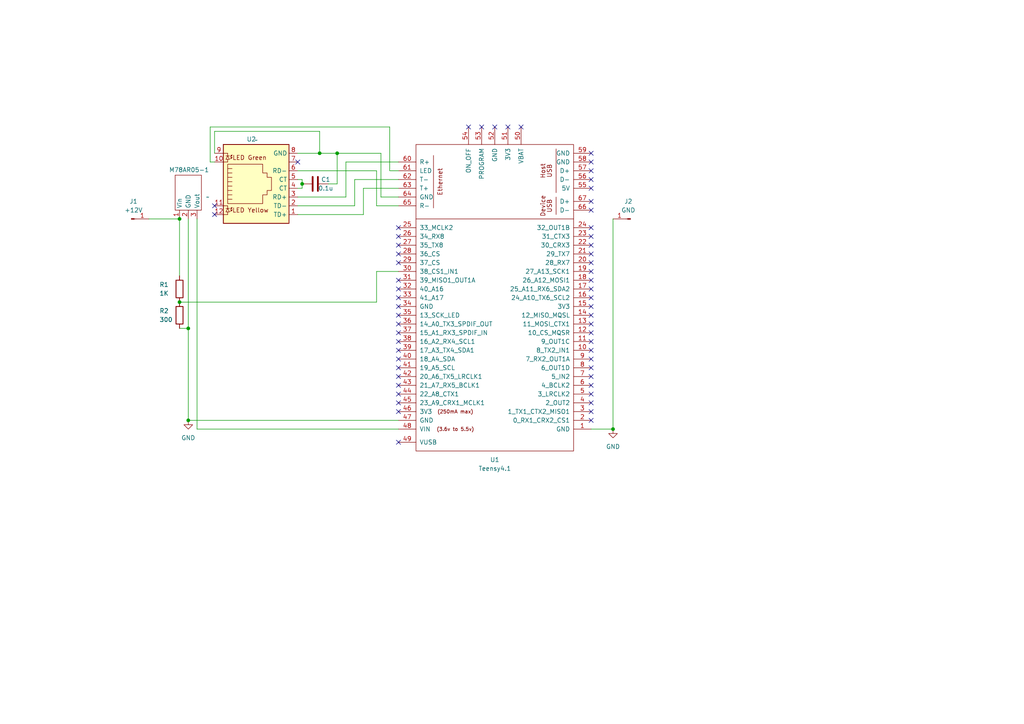
<source format=kicad_sch>
(kicad_sch (version 20231120) (generator "eeschema") (generator_version "8.0")
  (paper "A4")
  (lib_symbols
    (symbol "Connector:Conn_01x01_Pin" (pin_names (offset 1.016) hide)
      (property "Reference" "J" (at 0 2.54 0))
      (property "Value" "Conn_01x01_Pin" (at 0 -2.54 0))
      (symbol "Conn_01x01_Pin_1_1"
        (polyline (pts (xy 1.27 0) (xy 0.8636 0)) (stroke (width 0.1524)))
        (rectangle (start 0.8636 0.127) (end 0 -0.127) (stroke (width 0.1524)) (fill (type outline)))
        (pin passive line (at 5.08 0 180) (length 3.81) (name "Pin_1") (number "1"))
      )
    )
    (symbol "Device:C" (pin_numbers hide) (pin_names (offset 0.254))
      (property "Reference" "C" (at 0.635 2.54 0))
      (property "Value" "C" (at 0.635 -2.54 0))
      (symbol "C_0_1"
        (polyline (pts (xy -2.032 -0.762) (xy 2.032 -0.762)) (stroke (width 0.508)))
        (polyline (pts (xy -2.032 0.762) (xy 2.032 0.762)) (stroke (width 0.508)))
      )
      (symbol "C_1_1"
        (pin passive line (at 0 3.81 270) (length 2.794) (name "~") (number "1"))
        (pin passive line (at 0 -3.81 90) (length 2.794) (name "~") (number "2"))
      )
    )
    (symbol "Device:R" (pin_numbers hide) (pin_names (offset 0))
      (property "Reference" "R" (at 2.032 0 90))
      (property "Value" "R" (at 0 0 90))
      (symbol "R_0_1"
        (rectangle (start -1.016 -2.54) (end 1.016 2.54) (stroke (width 0.254)))
      )
      (symbol "R_1_1"
        (pin passive line (at 0 3.81 270) (length 1.27) (name "~") (number "1"))
        (pin passive line (at 0 -3.81 90) (length 1.27) (name "~") (number "2"))
      )
    )
    (symbol "M78AR05-1:M78AR05-1"
      (property "Reference" "M78AR05-1" (at 0.254 4.826 0))
      (symbol "M78AR05-1_0_1"
        (rectangle (start -5.08 3.81) (end 5.08 -3.81))
      )
      (symbol "M78AR05-1_1_1"
        (pin input line (at -7.62 2.54 0) (length 2.54) (name "Vin") (number "1"))
        (pin input line (at -7.62 0 0) (length 2.54) (name "GND") (number "2"))
        (pin output line (at -7.62 -2.54 0) (length 2.54) (name "Vout") (number "3"))
      )
    )
    (symbol "RJLD-260YC1:RJLD-260YC1"
      (property "Reference" "U" (at 0 12.7 0))
      (symbol "RJLD-260YC1_0_1"
        (rectangle (start -7.62 11.43) (end 11.43 -11.43) (stroke (width 0.254)) (fill (type background)))
        (polyline (pts (xy -7.62 -8.89) (xy -6.35 -8.89)))
        (polyline (pts (xy -7.62 -6.35) (xy -6.35 -6.35)))
        (polyline (pts (xy -7.62 6.35) (xy -6.35 6.35)))
        (polyline (pts (xy -7.62 8.89) (xy -6.35 8.89)))
        (polyline (pts (xy -6.858 -7.112) (xy -5.842 -7.112)))
        (polyline (pts (xy -6.858 8.128) (xy -5.842 8.128)))
        (polyline (pts (xy -6.35 -8.89) (xy -6.35 -8.128)))
        (polyline (pts (xy -6.35 -6.35) (xy -6.35 -7.112)))
        (polyline (pts (xy -6.35 6.35) (xy -6.35 7.112)))
        (polyline (pts (xy -6.35 8.89) (xy -6.35 8.128)))
        (polyline (pts (xy -5.08 -7.493) (xy -5.207 -7.874)))
        (polyline (pts (xy -5.08 -6.858) (xy -5.207 -7.239)))
        (polyline (pts (xy -5.08 3.175) (xy -6.35 3.175)))
        (polyline (pts (xy -5.08 4.445) (xy -6.35 4.445)))
        (polyline (pts (xy -5.08 7.747) (xy -5.207 7.366)))
        (polyline (pts (xy -5.08 8.382) (xy -5.207 8.001)))
        (polyline (pts (xy -6.35 -4.445) (xy -5.08 -4.445) (xy -5.08 -4.445)))
        (polyline (pts (xy -6.35 -3.175) (xy -5.08 -3.175) (xy -5.08 -3.175)))
        (polyline (pts (xy -6.35 -1.905) (xy -5.08 -1.905) (xy -5.08 -1.905)))
        (polyline (pts (xy -6.35 -0.635) (xy -5.08 -0.635) (xy -5.08 -0.635)))
        (polyline (pts (xy -6.35 0.635) (xy -5.08 0.635) (xy -5.08 0.635)))
        (polyline (pts (xy -5.588 -8.001) (xy -5.08 -7.493) (xy -5.461 -7.62)))
        (polyline (pts (xy -5.588 -7.366) (xy -5.08 -6.858) (xy -5.461 -6.985)))
        (polyline (pts (xy -5.588 7.239) (xy -5.08 7.747) (xy -5.461 7.62)))
        (polyline (pts (xy -5.588 7.874) (xy -5.08 8.382) (xy -5.461 8.255)))
        (polyline (pts (xy -5.08 1.905) (xy -6.35 1.905) (xy -6.35 1.905)))
        (polyline (pts (xy -6.35 -7.112) (xy -6.858 -8.128) (xy -5.842 -8.128) (xy -6.35 -7.112)))
        (polyline (pts (xy -6.35 8.128) (xy -6.858 7.112) (xy -5.842 7.112) (xy -6.35 8.128)))
        (polyline (pts (xy -6.35 -5.715) (xy -6.35 5.715) (xy 3.81 5.715) (xy 3.81 3.175) (xy 5.08 3.175) (xy 5.08 1.905) (xy 6.35 1.905) (xy 6.35 -1.905) (xy 5.08 -1.905) (xy 5.08 -3.175) (xy 3.81 -3.175) (xy 3.81 -5.715) (xy -6.35 -5.715) (xy -6.35 -5.715)))
      )
      (symbol "RJLD-260YC1_1_1"
        (text "LED Green" (at 0 7.62 0) (effects (font (size 1.27 1.27))))
        (text "LED Yellow" (at 0.254 -7.62 0) (effects (font (size 1.27 1.27))))
        (pin passive line (at 13.97 -8.89 180) (length 2.54) (name "TD+") (number "1"))
        (pin passive line (at -10.16 6.35 0) (length 2.54) (name "~") (number "10"))
        (pin passive line (at -10.16 -6.35 0) (length 2.54) (name "~") (number "11"))
        (pin passive line (at -10.16 -8.89 0) (length 2.54) (name "~") (number "12"))
        (pin passive line (at 13.97 -6.35 180) (length 2.54) (name "TD-") (number "2"))
        (pin passive line (at 13.97 -3.81 180) (length 2.54) (name "RD+") (number "3"))
        (pin passive line (at 13.97 -1.27 180) (length 2.54) (name "CT") (number "4"))
        (pin passive line (at 13.97 1.27 180) (length 2.54) (name "CT") (number "5"))
        (pin passive line (at 13.97 3.81 180) (length 2.54) (name "RD-") (number "6"))
        (pin passive line (at 13.97 6.35 180) (length 2.54) (name "~") (number "7"))
        (pin passive line (at 13.97 8.89 180) (length 2.54) (name "GND") (number "8"))
        (pin passive line (at -10.16 8.89 0) (length 2.54) (name "~") (number "9"))
      )
    )
    (symbol "power:GND" (power) (pin_numbers hide) (pin_names (offset 0) hide)
      (property "Value" "GND" (at 0 -3.81 0))
      (symbol "GND_0_1"
        (polyline (pts (xy 0 0) (xy 0 -1.27) (xy 1.27 -1.27) (xy 0 -2.54) (xy -1.27 -1.27) (xy 0 -1.27)))
      )
      (symbol "GND_1_1"
        (pin power_in line (at 0 0 270) (length 0) (name "~") (number "1"))
      )
    )
    (symbol "teensy:Teensy4.1" (pin_names (offset 1.016))
      (property "Reference" "U" (at 0 64.77 0))
      (property "Value" "Teensy4.1" (at 0 62.23 0))
      (symbol "Teensy4.1_0_0"
        (polyline (pts (xy -22.86 -6.35) (xy 22.86 -6.35)))
        (polyline (pts (xy -17.78 -26.67) (xy -17.78 -13.97)))
        (polyline (pts (xy -17.78 -7.62) (xy -17.78 -12.7)))
        (polyline (pts (xy 17.78 -9.525) (xy 17.78 -24.765)))
        (text "(250mA max)" (at 11.43 49.53 0) (effects (font (size 1.016 1.016))))
        (text "(3.6v to 5.5v)" (at 11.43 54.61 0) (effects (font (size 1.016 1.016))))
        (text "Device" (at -13.97 -10.16 900) (effects (font (size 1.27 1.27))))
        (text "Ethernet" (at 15.875 -17.145 900) (effects (font (size 1.27 1.27))))
        (text "Host" (at -13.97 -20.32 900) (effects (font (size 1.27 1.27))))
        (text "USB" (at -15.875 -20.32 900) (effects (font (size 1.27 1.27))))
        (text "USB" (at -15.875 -10.16 900) (effects (font (size 1.27 1.27))))
        (pin bidirectional line (at -27.94 31.75 0) (length 5.08) (name "8_TX2_IN1") (number "10"))
        (pin bidirectional line (at -27.94 29.21 0) (length 5.08) (name "9_OUT1C") (number "11"))
        (pin bidirectional line (at -27.94 26.67 0) (length 5.08) (name "10_CS_MQSR") (number "12"))
        (pin bidirectional line (at -27.94 24.13 0) (length 5.08) (name "11_MOSI_CTX1") (number "13"))
        (pin bidirectional line (at -27.94 21.59 0) (length 5.08) (name "12_MISO_MQSL") (number "14"))
        (pin power_in line (at -27.94 19.05 0) (length 5.08) (name "3V3") (number "15"))
        (pin bidirectional line (at -27.94 16.51 0) (length 5.08) (name "24_A10_TX6_SCL2") (number "16"))
        (pin bidirectional line (at -27.94 13.97 0) (length 5.08) (name "25_A11_RX6_SDA2") (number "17"))
        (pin bidirectional line (at -27.94 11.43 0) (length 5.08) (name "26_A12_MOSI1") (number "18"))
        (pin bidirectional line (at -27.94 8.89 0) (length 5.08) (name "27_A13_SCK1") (number "19"))
        (pin bidirectional line (at -27.94 6.35 0) (length 5.08) (name "28_RX7") (number "20"))
        (pin bidirectional line (at -27.94 3.81 0) (length 5.08) (name "29_TX7") (number "21"))
        (pin bidirectional line (at -27.94 1.27 0) (length 5.08) (name "30_CRX3") (number "22"))
        (pin bidirectional line (at -27.94 -1.27 0) (length 5.08) (name "31_CTX3") (number "23"))
        (pin bidirectional line (at -27.94 -3.81 0) (length 5.08) (name "32_OUT1B") (number "24"))
        (pin bidirectional line (at 27.94 -3.81 180) (length 5.08) (name "33_MCLK2") (number "25"))
        (pin bidirectional line (at 27.94 -1.27 180) (length 5.08) (name "34_RX8") (number "26"))
        (pin bidirectional line (at 27.94 1.27 180) (length 5.08) (name "35_TX8") (number "27"))
        (pin bidirectional line (at 27.94 3.81 180) (length 5.08) (name "36_CS") (number "28"))
        (pin bidirectional line (at 27.94 6.35 180) (length 5.08) (name "37_CS") (number "29"))
        (pin bidirectional line (at 27.94 8.89 180) (length 5.08) (name "38_CS1_IN1") (number "30"))
        (pin bidirectional line (at 27.94 11.43 180) (length 5.08) (name "39_MISO1_OUT1A") (number "31"))
        (pin bidirectional line (at 27.94 13.97 180) (length 5.08) (name "40_A16") (number "32"))
        (pin bidirectional line (at 27.94 16.51 180) (length 5.08) (name "41_A17") (number "33"))
        (pin bidirectional line (at 27.94 21.59 180) (length 5.08) (name "13_SCK_LED") (number "35"))
        (pin bidirectional line (at 27.94 24.13 180) (length 5.08) (name "14_A0_TX3_SPDIF_OUT") (number "36"))
        (pin bidirectional line (at 27.94 26.67 180) (length 5.08) (name "15_A1_RX3_SPDIF_IN") (number "37"))
        (pin bidirectional line (at 27.94 29.21 180) (length 5.08) (name "16_A2_RX4_SCL1") (number "38"))
        (pin bidirectional line (at 27.94 31.75 180) (length 5.08) (name "17_A3_TX4_SDA1") (number "39"))
        (pin bidirectional line (at 27.94 34.29 180) (length 5.08) (name "18_A4_SDA") (number "40"))
        (pin bidirectional line (at 27.94 36.83 180) (length 5.08) (name "19_A5_SCL") (number "41"))
        (pin bidirectional line (at 27.94 39.37 180) (length 5.08) (name "20_A6_TX5_LRCLK1") (number "42"))
        (pin bidirectional line (at 27.94 41.91 180) (length 5.08) (name "21_A7_RX5_BCLK1") (number "43"))
        (pin bidirectional line (at 27.94 44.45 180) (length 5.08) (name "22_A8_CTX1") (number "44"))
        (pin bidirectional line (at 27.94 46.99 180) (length 5.08) (name "23_A9_CRX1_MCLK1") (number "45"))
        (pin output line (at 27.94 49.53 180) (length 5.08) (name "3V3") (number "46"))
        (pin output line (at 27.94 52.07 180) (length 5.08) (name "GND") (number "47"))
        (pin power_in line (at 27.94 54.61 180) (length 5.08) (name "VIN") (number "48"))
        (pin power_out line (at 27.94 58.42 180) (length 5.08) (name "VUSB") (number "49"))
        (pin bidirectional line (at -27.94 44.45 0) (length 5.08) (name "3_LRCLK2") (number "5"))
        (pin power_in line (at -7.62 -33.02 90) (length 5.08) (name "VBAT") (number "50"))
        (pin power_in line (at -3.81 -33.02 90) (length 5.08) (name "3V3") (number "51"))
        (pin input line (at 0 -33.02 90) (length 5.08) (name "GND") (number "52"))
        (pin input line (at 3.81 -33.02 90) (length 5.08) (name "PROGRAM") (number "53"))
        (pin input line (at 7.62 -33.02 90) (length 5.08) (name "ON_OFF") (number "54"))
        (pin power_out line (at -27.94 -15.24 0) (length 5.08) (name "5V") (number "55"))
        (pin bidirectional line (at -27.94 -17.78 0) (length 5.08) (name "D-") (number "56"))
        (pin bidirectional line (at -27.94 -20.32 0) (length 5.08) (name "D+") (number "57"))
        (pin power_in line (at -27.94 -22.86 0) (length 5.08) (name "GND") (number "58"))
        (pin power_in line (at -27.94 -25.4 0) (length 5.08) (name "GND") (number "59"))
        (pin bidirectional line (at -27.94 41.91 0) (length 5.08) (name "4_BCLK2") (number "6"))
        (pin bidirectional line (at 27.94 -22.86 180) (length 5.08) (name "R+") (number "60"))
        (pin bidirectional line (at 27.94 -20.32 180) (length 5.08) (name "LED") (number "61"))
        (pin bidirectional line (at 27.94 -17.78 180) (length 5.08) (name "T-") (number "62"))
        (pin bidirectional line (at 27.94 -15.24 180) (length 5.08) (name "T+") (number "63"))
        (pin power_in line (at 27.94 -12.7 180) (length 5.08) (name "GND") (number "64"))
        (pin bidirectional line (at 27.94 -10.16 180) (length 5.08) (name "R-") (number "65"))
        (pin bidirectional line (at -27.94 -8.89 0) (length 5.08) (name "D-") (number "66"))
        (pin bidirectional line (at -27.94 -11.43 0) (length 5.08) (name "D+") (number "67"))
        (pin bidirectional line (at -27.94 39.37 0) (length 5.08) (name "5_IN2") (number "7"))
        (pin bidirectional line (at -27.94 36.83 0) (length 5.08) (name "6_OUT1D") (number "8"))
        (pin bidirectional line (at -27.94 34.29 0) (length 5.08) (name "7_RX2_OUT1A") (number "9"))
      )
      (symbol "Teensy4.1_0_1"
        (rectangle (start -22.86 60.96) (end 22.86 -27.94))
        (rectangle (start -20.32 -1.27) (end -20.32 -1.27))
      )
      (symbol "Teensy4.1_1_1"
        (pin power_in line (at -27.94 54.61 0) (length 5.08) (name "GND") (number "1"))
        (pin bidirectional line (at -27.94 52.07 0) (length 5.08) (name "0_RX1_CRX2_CS1") (number "2"))
        (pin bidirectional line (at -27.94 49.53 0) (length 5.08) (name "1_TX1_CTX2_MISO1") (number "3"))
        (pin power_in line (at 27.94 19.05 180) (length 5.08) (name "GND") (number "34"))
        (pin bidirectional line (at -27.94 46.99 0) (length 5.08) (name "2_OUT2") (number "4"))
      )
    )
  )
  (junction (at 54.61 95.25))
  (junction (at 52.07 63.5))
  (junction (at 177.8 124.46))
  (junction (at 52.07 87.63))
  (junction (at 87.63 53.34))
  (junction (at 92.71 44.45))
  (junction (at 54.61 121.92))
  (junction (at 97.79 44.45))
  (no_connect (at 86.36 46.99))
  (no_connect (at 171.45 78.74))
  (no_connect (at 115.57 71.12))
  (no_connect (at 115.57 104.14))
  (no_connect (at 171.45 93.98))
  (no_connect (at 115.57 116.84))
  (no_connect (at 171.45 111.76))
  (no_connect (at 62.23 62.23))
  (no_connect (at 171.45 44.45))
  (no_connect (at 115.57 101.6))
  (no_connect (at 62.23 59.69))
  (no_connect (at 115.57 91.44))
  (no_connect (at 171.45 121.92))
  (no_connect (at 115.57 88.9))
  (no_connect (at 115.57 76.2))
  (no_connect (at 115.57 93.98))
  (no_connect (at 171.45 68.58))
  (no_connect (at 171.45 91.44))
  (no_connect (at 115.57 73.66))
  (no_connect (at 171.45 114.3))
  (no_connect (at 147.32 36.83))
  (no_connect (at 143.51 36.83))
  (no_connect (at 115.57 128.27))
  (no_connect (at 171.45 52.07))
  (no_connect (at 115.57 114.3))
  (no_connect (at 171.45 119.38))
  (no_connect (at 171.45 96.52))
  (no_connect (at 115.57 66.04))
  (no_connect (at 139.7 36.83))
  (no_connect (at 171.45 49.53))
  (no_connect (at 171.45 99.06))
  (no_connect (at 115.57 119.38))
  (no_connect (at 171.45 104.14))
  (no_connect (at 171.45 106.68))
  (no_connect (at 171.45 81.28))
  (no_connect (at 115.57 68.58))
  (no_connect (at 171.45 46.99))
  (no_connect (at 171.45 83.82))
  (no_connect (at 115.57 99.06))
  (no_connect (at 115.57 96.52))
  (no_connect (at 171.45 71.12))
  (no_connect (at 115.57 86.36))
  (no_connect (at 151.13 36.83))
  (no_connect (at 115.57 83.82))
  (no_connect (at 171.45 86.36))
  (no_connect (at 115.57 111.76))
  (no_connect (at 171.45 66.04))
  (no_connect (at 115.57 81.28))
  (no_connect (at 171.45 109.22))
  (no_connect (at 171.45 76.2))
  (no_connect (at 115.57 106.68))
  (no_connect (at 135.89 36.83))
  (no_connect (at 171.45 73.66))
  (no_connect (at 171.45 54.61))
  (no_connect (at 115.57 109.22))
  (no_connect (at 171.45 88.9))
  (no_connect (at 171.45 101.6))
  (no_connect (at 171.45 116.84))
  (no_connect (at 171.45 60.96))
  (no_connect (at 171.45 58.42))
  (wire (pts (xy 86.36 49.53) (xy 109.22 49.53)))
  (wire (pts (xy 62.23 46.99) (xy 60.96 46.99)))
  (wire (pts (xy 109.22 78.74) (xy 109.22 87.63)))
  (wire (pts (xy 86.36 44.45) (xy 92.71 44.45)))
  (wire (pts (xy 52.07 95.25) (xy 54.61 95.25)))
  (wire (pts (xy 87.63 54.61) (xy 86.36 54.61)))
  (wire (pts (xy 100.33 57.15) (xy 100.33 46.99)))
  (wire (pts (xy 115.57 59.69) (xy 109.22 59.69)))
  (wire (pts (xy 57.15 63.5) (xy 57.15 124.46)))
  (wire (pts (xy 57.15 124.46) (xy 115.57 124.46)))
  (wire (pts (xy 177.8 124.46) (xy 171.45 124.46)))
  (wire (pts (xy 115.57 54.61) (xy 105.41 54.61)))
  (wire (pts (xy 115.57 49.53) (xy 113.03 49.53)))
  (wire (pts (xy 52.07 80.01) (xy 52.07 63.5)))
  (wire (pts (xy 60.96 46.99) (xy 60.96 36.83)))
  (wire (pts (xy 105.41 62.23) (xy 86.36 62.23)))
  (wire (pts (xy 115.57 57.15) (xy 110.49 57.15)))
  (wire (pts (xy 54.61 121.92) (xy 115.57 121.92)))
  (wire (pts (xy 52.07 87.63) (xy 109.22 87.63)))
  (wire (pts (xy 54.61 95.25) (xy 54.61 121.92)))
  (wire (pts (xy 92.71 38.1) (xy 92.71 44.45)))
  (wire (pts (xy 115.57 78.74) (xy 109.22 78.74)))
  (wire (pts (xy 87.63 52.07) (xy 86.36 52.07)))
  (wire (pts (xy 100.33 46.99) (xy 115.57 46.99)))
  (wire (pts (xy 87.63 53.34) (xy 87.63 52.07)))
  (wire (pts (xy 60.96 36.83) (xy 113.03 36.83)))
  (wire (pts (xy 105.41 54.61) (xy 105.41 62.23)))
  (wire (pts (xy 113.03 49.53) (xy 113.03 36.83)))
  (wire (pts (xy 97.79 44.45) (xy 97.79 53.34)))
  (wire (pts (xy 177.8 63.5) (xy 177.8 124.46)))
  (wire (pts (xy 54.61 63.5) (xy 54.61 95.25)))
  (wire (pts (xy 62.23 44.45) (xy 62.23 38.1)))
  (wire (pts (xy 86.36 57.15) (xy 100.33 57.15)))
  (wire (pts (xy 87.63 53.34) (xy 87.63 54.61)))
  (wire (pts (xy 102.87 59.69) (xy 86.36 59.69)))
  (wire (pts (xy 97.79 53.34) (xy 95.25 53.34)))
  (wire (pts (xy 43.18 63.5) (xy 52.07 63.5)))
  (wire (pts (xy 102.87 52.07) (xy 102.87 59.69)))
  (wire (pts (xy 115.57 52.07) (xy 102.87 52.07)))
  (wire (pts (xy 62.23 38.1) (xy 92.71 38.1)))
  (wire (pts (xy 97.79 44.45) (xy 110.49 44.45)))
  (wire (pts (xy 109.22 59.69) (xy 109.22 49.53)))
  (wire (pts (xy 92.71 44.45) (xy 97.79 44.45)))
  (wire (pts (xy 110.49 57.15) (xy 110.49 44.45)))
  (symbol (lib_id "power:GND") (at 54.61 121.92 0) (unit 1)
    (property "Reference" "#PWR02" (effects (hide yes)))
    (property "Value" "GND" (at 54.61 127 0))
    (property "Description" "Power symbol creates a global label with name \"GND\" , ground" (effects (hide yes)))
  )
  (symbol (lib_id "RJLD-260YC1:RJLD-260YC1") (at 72.39 53.34 0) (unit 1)
    (property "Reference" "U2" (at 72.898 40.386 0))
    (property "Value" "~" (at 74.295 40.64 0))
    (property "Footprint" "RJLD-260YC1:RJLD-260YC1" (effects (hide yes)))
    (property "Datasheet" "https://akizukidenshi.com/catalog/g/g129472/" (effects (hide yes)))
  )
  (symbol (lib_id "Device:C") (at 91.44 53.34 90) (unit 1)
    (property "Reference" "C1" (at 94.488 52.07 90))
    (property "Value" "0.1u" (at 94.488 54.61 90))
    (property "Footprint" "C_Disc_D5.1mm_W3.2mm_P5.00mm" (effects (hide yes)))
    (property "Datasheet" "https://akizukidenshi.com/catalog/g/g110147/" (effects (hide yes)))
    (property "Description" "Unpolarized capacitor" (effects (hide yes)))
  )
  (symbol (lib_id "Connector:Conn_01x01_Pin") (at 38.1 63.5 0) (unit 1)
    (property "Reference" "J1" (at 38.735 58.42 0))
    (property "Value" "+12V" (at 38.735 60.96 0))
    (property "Footprint" "MountingHole:MountingHole_6.4mm_M6_Pad" (effects (hide yes)))
    (property "Description" "Generic connector, single row, 01x01, script generated" (effects (hide yes)))
  )
  (symbol (lib_id "power:GND") (at 177.8 124.46 0) (unit 1)
    (property "Reference" "#PWR03" (effects (hide yes)))
    (property "Value" "GND" (at 177.8 129.54 0))
    (property "Description" "Power symbol creates a global label with name \"GND\" , ground" (effects (hide yes)))
  )
  (symbol (lib_id "Device:R") (at 52.07 91.44 0) (unit 1)
    (property "Reference" "R2" (at 46.228 90.17 0) (effects (justify left)))
    (property "Value" "300" (at 46.228 92.71 0) (effects (justify left)))
    (property "Footprint" "R_Axial_DIN0207_L6.3mm_D2.5mm_P10.16mm_Horizontal" (effects (hide yes)))
    (property "Datasheet" "https://akizukidenshi.com/catalog/g/g125301/" (effects (hide yes)))
    (property "Description" "Resistor" (effects (hide yes)))
  )
  (symbol (lib_id "teensy:Teensy4.1") (at 143.51 69.85 180) (unit 1)
    (property "Reference" "U1" (at 143.51 133.35 0))
    (property "Value" "Teensy4.1" (at 143.51 135.89 0))
    (property "Footprint" "Teensy_Custom:Teensy41" (effects (hide yes)))
  )
  (symbol (lib_id "Device:R") (at 52.07 83.82 0) (unit 1)
    (property "Reference" "R1" (at 46.228 82.55 0) (effects (justify left)))
    (property "Value" "1K" (at 46.228 85.09 0) (effects (justify left)))
    (property "Footprint" "R_Axial_DIN0207_L6.3mm_D2.5mm_P10.16mm_Horizontal" (effects (hide yes)))
    (property "Datasheet" "https://akizukidenshi.com/catalog/g/g108535/" (effects (hide yes)))
    (property "Description" "Resistor" (effects (hide yes)))
  )
  (symbol (lib_id "M78AR05-1:M78AR05-1") (at 54.61 55.88 90) (unit 1)
    (property "Reference" "M78AR05-1" (at 49.022 49.276 90) (effects (justify right)))
    (property "Value" "~" (at 59.69 57.15 90) (effects (justify right)))
  )
  (symbol (lib_id "Connector:Conn_01x01_Pin") (at 182.88 63.5 180) (unit 1)
    (property "Reference" "J2" (at 182.245 58.42 0))
    (property "Value" "GND" (at 182.245 60.96 0))
    (property "Footprint" "MountingHole:MountingHole_6.4mm_M6_Pad" (effects (hide yes)))
    (property "Description" "Generic connector, single row, 01x01, script generated" (effects (hide yes)))
  )
)
</source>
